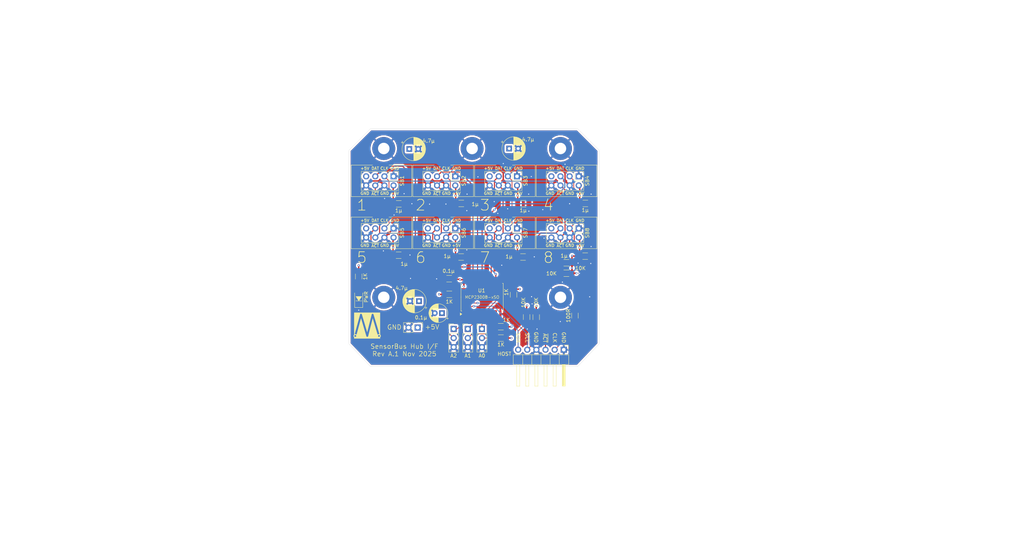
<source format=kicad_pcb>
(kicad_pcb (version 20241229) (generator "pcbnew") (generator_version "9.0")
  (layers (0 "F.Cu" signal) (4 "In1.Cu" signal) (6 "In2.Cu" signal) (2 "B.Cu" signal) (13 "F.Paste" user) (15 "B.Paste" user) (5 "F.SilkS" user "F.Silkscreen") (7 "B.SilkS" user "B.Silkscreen") (1 "F.Mask" user) (3 "B.Mask" user) (25 "Edge.Cuts" user))
  (net 0 "")
  (net 1 "GND")
  (net 2 "+5V")
  (net 3 "/SB_CLKH")
  (net 4 "DAT1")
  (net 5 "/~{SB_ACT}")
  (net 6 "DAT2")
  (net 7 "DAT3")
  (net 8 "DAT4")
  (net 9 "DAT5")
  (net 10 "DAT6")
  (net 11 "DAT7")
  (net 12 "DAT8")
  (net 13 "/SCL")
  (net 14 "/SDA")
  (net 15 "/SB_CLK")
  (net 16 "Net-(JP1-A)")
  (net 17 "Net-(JP1-C)")
  (net 18 "Net-(JP2-C)")
  (net 19 "Net-(JP2-A)")
  (net 20 "Net-(JP3-A)")
  (net 21 "Net-(JP3-C)")
  (net 22 "Net-(U1-~{RESET})")
  (net 25 "Net-(D1-A)")
  (footprint "Connector_PinHeader_2.54mm:PinHeader_1x06_P2.54mm_Horizontal" (layer "F.Cu") (at 161.798 114.6048 -90)
    (property "Reference" "J2" (hide yes))
    (property "Value" "HOST")
  )
  (footprint "MS_Favourites:Cap_THT_1µF_polarised" (layer "F.Cu") (at 121.4882 101.0666 180)
    (property "Reference" "C1" (hide yes))
    (property "Value" "4.7µ")
  )
  (footprint "MS_Connectors:SensorBus_2x04_P2.54mm_Vertical" (layer "F.Cu") (at 116.1796 70.5866 -90)
    (property "Reference" "SB1")
    (property "Value" "Dev1")
  )
  (footprint "MS_Favourites:LED_1206_SMD" (layer "F.Cu") (at 104.6988 100.3691 90)
    (property "Reference" "D1" (hide yes))
    (property "Value" "PWR")
  )
  (footprint "MS_Connectors:SensorBus_2x04_P2.54mm_Vertical" (layer "F.Cu") (at 150.554267 85.0984 -90)
    (property "Reference" "SB7")
    (property "Value" "Dev1")
  )
  (footprint "MS_Favourites:Resistor_SMD_1206_HandSolder" (layer "F.Cu") (at 147.828 99.2886 90)
    (property "Reference" "R15" (hide yes))
    (property "Value" "1K")
  )
  (footprint "Connector_PinHeader_2.54mm:PinHeader_1x03_P2.54mm_Vertical" (layer "F.Cu") (at 131.1402 108.8136)
    (property "Reference" "JP1" (hide yes))
    (property "Value" "A2")
  )
  (footprint "MS_Favourites:Cap_THT_1µF_polarised" (layer "F.Cu") (at 146.598 58.547)
    (property "Reference" "C14" (hide yes))
    (property "Value" "4.7µ")
  )
  (footprint "MS_Connectors:SensorBus_2x04_P2.54mm_Vertical" (layer "F.Cu") (at 133.366933 85.0984 -90)
    (property "Reference" "SB6")
    (property "Value" "Dev1")
  )
  (footprint "MS_Favourites:Resistor_SMD_1206_HandSolder" (layer "F.Cu") (at 129.9216 99.187 180)
    (property "Reference" "R16" (hide yes))
    (property "Value" "1K")
  )
  (footprint "MS_Favourites:MountingHole_M3_Pad" (layer "F.Cu") (at 111.676 58.532)
    (property "Reference" "H1" (hide yes))
    (property "Value" "MountingHole_Pad" (hide yes))
  )
  (footprint "Capacitor_SMD:C_1206_3216Metric_Pad1.33x1.80mm_HandSolder" (layer "F.Cu") (at 150.4565 88.773)
    (property "Reference" "C7" (hide yes))
    (property "Value" "1µ")
  )
  (footprint "MS_Connectors:SensorBus_2x04_P2.54mm_Vertical" (layer "F.Cu") (at 167.7416 85.0984 -90)
    (property "Reference" "SB8")
    (property "Value" "Dev1")
  )
  (footprint "MS_Favourites:Resistor_SMD_1206_HandSolder" (layer "F.Cu") (at 162.5346 93.2942)
    (property "Reference" "R7" (hide yes))
    (property "Value" "10K")
  )
  (footprint "MS_Favourites:MountingHole_M3_Pad" (layer "F.Cu") (at 111.676 100)
    (property "Reference" "H2" (hide yes))
    (property "Value" "MountingHole_Pad" (hide yes))
  )
  (footprint "Capacitor_SMD:C_1206_3216Metric_Pad1.33x1.80mm_HandSolder" (layer "F.Cu") (at 133.2615 73.8505)
    (property "Reference" "C8" (hide yes))
    (property "Value" "1µ")
  )
  (footprint "Connector_PinHeader_2.54mm:PinHeader_1x03_P2.54mm_Vertical" (layer "F.Cu") (at 139.0142 108.8136)
    (property "Reference" "JP3" (hide yes))
    (property "Value" "A0")
  )
  (footprint "Capacitor_SMD:C_1206_3216Metric_Pad1.33x1.80mm_HandSolder" (layer "F.Cu") (at 133.223 88.773)
    (property "Reference" "C6" (hide yes))
    (property "Value" "1µ")
  )
  (footprint "MS_Connectors:SensorBus_2x04_P2.54mm_Vertical" (layer "F.Cu") (at 133.366933 70.5866 -90)
    (property "Reference" "SB2")
    (property "Value" "Dev1")
  )
  (footprint "MS_Connectors:SensorBus_2x04_P2.54mm_Vertical" (layer "F.Cu") (at 167.7416 70.5866 -90)
    (property "Reference" "SB4")
    (property "Value" "Dev1")
  )
  (footprint "MS_Favourites:Resistor_SMD_1206_HandSolder" (layer "F.Cu") (at 154.1272 105.5376 90)
    (property "Reference" "R2" (hide yes))
    (property "Value" "10K")
  )
  (footprint "MS_Favourites:Resistor_SMD_1206_HandSolder" (layer "F.Cu") (at 104.6988 94.2086 90)
    (property "Reference" "R19" (hide yes))
    (property "Value" "1K")
  )
  (footprint "MS_Favourites:Resistor_SMD_1206_HandSolder" (layer "F.Cu") (at 144.298 111.3536)
    (property "Reference" "R18" (hide yes))
    (property "Value" "1K")
  )
  (footprint "MS_Connectors:SensorBus_2x04_P2.54mm_Vertical" (layer "F.Cu") (at 116.1796 85.0984 -90)
    (property "Reference" "SB5")
    (property "Value" "Dev1")
  )
  (footprint "Capacitor_SMD:C_1206_3216Metric_Pad1.33x1.80mm_HandSolder" (layer "F.Cu") (at 167.8055 73.8505)
    (property "Reference" "C4" (hide yes))
    (property "Value" "1µ")
  )
  (footprint "MS_General:MS-logo" (layer "F.Cu") (at 107.0356 107.8738)
    (property "Reference" "G***" (hide yes))
    (property "Value" "LOGO" (hide yes))
  )
  (footprint "MS_Favourites:Cap_THT_0.1µF_polarised" (layer "F.Cu") (at 127.878913 104.4194 180)
    (property "Reference" "C2" (hide yes))
    (property "Value" "0.1µ")
  )
  (footprint "MS_Favourites:Cap_THT_1µF_polarised" (layer "F.Cu") (at 118.785 58.674)
    (property "Reference" "C11" (hide yes))
    (property "Value" "4.7µ")
  )
  (footprint "Capacitor_SMD:C_1206_3216Metric_Pad1.33x1.80mm_HandSolder" (layer "F.Cu") (at 167.767 88.519)
    (property "Reference" "C10" (hide yes))
    (property "Value" "1µ")
  )
  (footprint "Package_SO:SOIC-18W_7.5x11.6mm_P1.27mm" (layer "F.Cu") (at 139.065 99.9744 90)
    (property "Reference" "U1")
    (property "Value" "MCP23008-xSO")
  )
  (footprint "Capacitor_SMD:C_1206_3216Metric_Pad1.33x1.80mm_HandSolder" (layer "F.Cu") (at 115.8625 73.966)
    (property "Reference" "C9" (hide yes))
    (property "Value" "1µ")
  )
  (footprint "MS_Favourites:MountingHole_M3_Pad" (layer "F.Cu") (at 160.876 100)
    (property "Reference" "H6" (hide yes))
    (property "Value" "MountingHole_Pad" (hide yes))
  )
  (footprint "MS_Connectors:SensorBus_2x04_P2.54mm_Vertical" (layer "F.Cu") (at 150.554267 70.5866 -90)
    (property "Reference" "SB3")
    (property "Value" "Dev1")
  )
  (footprint "Connector_PinHeader_2.54mm:PinHeader_1x02_P2.54mm_Vertical" (layer "F.Cu") (at 121.1072 108.4326 -90)
    (property "Reference" "J1" (hide yes))
    (property "Value" "POWER")
  )
  (footprint "MS_Favourites:Resistor_SMD_1206_HandSolder" (layer "F.Cu") (at 144.272 108.204)
    (property "Reference" "R17" (hide yes))
    (property "Value" "1K")
  )
  (footprint "MS_Favourites:MountingHole_M3_Pad" (layer "F.Cu") (at 136.276 58.532)
    (property "Reference" "H3" (hide yes))
    (property "Value" "MountingHole_Pad" (hide yes))
  )
  (footprint "Capacitor_SMD:C_1206_3216Metric_Pad1.33x1.80mm_HandSolder" (layer "F.Cu") (at 115.824 88.265)
    (property "Reference" "C5" (hide yes))
    (property "Value" "1µ")
  )
  (footprint "Capacitor_SMD:C_1206_3216Metric_Pad1.33x1.80mm_HandSolder" (layer "F.Cu") (at 150.5335 73.914)
    (property "Reference" "C3" (hide yes))
    (property "Value" "1µ")
  )
  (footprint "MS_Favourites:Resistor_SMD_1206_HandSolder" (layer "F.Cu") (at 162.5346 90.3986)
    (property "Reference" "R3" (hide yes))
    (property "Value" "10K")
  )
  (footprint "MS_Favourites:Resistor_SMD_1206_HandSolder" (layer "F.Cu") (at 151.4602 105.5116 90)
    (property "Reference" "R20" (hide yes))
    (property "Value" "10K")
  )
  (footprint "MS_Favourites:Resistor_SMD_1206_HandSolder" (layer "F.Cu") (at 164.8968 105.1052 -90)
    (property "Reference" "R1" (hide yes))
    (property "Value" "100R")
  )
  (footprint "MS_Favourites:MountingHole_M3_Pad" (layer "F.Cu") (at 160.876 58.532)
    (property "Reference" "H5" (hide yes))
    (property "Value" "MountingHole_Pad" (hide yes))
  )
  (footprint "Connector_PinHeader_2.54mm:PinHeader_1x03_P2.54mm_Vertical" (layer "F.Cu") (at 135.0772 108.8136)
    (property "Reference" "JP2" (hide yes))
    (property "Value" "A1")
  )
  (footprint "Capacitor_SMD:C_1206_3216Metric_Pad1.33x1.80mm_HandSolder" (layer "F.Cu") (at 129.8825 94.8182 180)
    (property "Reference" "C13" (hide yes))
    (property "Value" "0.1µ")
  )
  (gr_line (start 101.981 59.011) (end 107.981 53.011) (stroke (width 0.05)) (layer "Edge.Cuts"))
  (gr_line (start 171.664 113) (end 165.664 119.3038) (stroke (width 0.05)) (layer "Edge.Cuts"))
  (gr_line (start 101.981 113) (end 107.981 119.3038) (stroke (width 0.05)) (layer "Edge.Cuts"))
  (gr_line (start 165.664 53.011) (end 171.664 59.011) (stroke (width 0.05)) (layer "Edge.Cuts"))
  (gr_line (start 171.664 59.011) (end 171.664 113) (stroke (width 0.05)) (layer "Edge.Cuts"))
  (gr_line (start 107.981 119.3038) (end 165.664 119.3038) (stroke (width 0.05)) (layer "Edge.Cuts"))
  (gr_line (start 107.981 53.011) (end 165.664 53.011) (stroke (width 0.05)) (layer "Edge.Cuts"))
  (gr_line (start 101.981 59.011) (end 101.981 113) (stroke (width 0.05)) (layer "Edge.Cuts"))
  (gr_text "+5V" (at 123.063 109.0422 0) (layer "F.SilkS") (effects (font (size 1.3 1.3)) (justify left bottom)))
  (gr_text "8" (at 155.956 90.678 0) (layer "F.SilkS") (effects (font (size 3 3) (thickness 0.2)) (justify left bottom)))
  (gr_text "2" (at 120.396 76.073 0) (layer "F.SilkS") (effects (font (size 3 3) (thickness 0.2)) (justify left bottom)))
  (gr_text "CLK" (at 158.717199 109.761695 270) (layer "F.SilkS") (effects (font (size 1 1)) (justify left bottom)))
  (gr_text "4" (at 155.956 76.073 0) (layer "F.SilkS") (effects (font (size 3 3) (thickness 0.2)) (justify left bottom)))
  (gr_text "6" (at 120.396 90.678 0) (layer "F.SilkS") (effects (font (size 3 3) (thickness 0.2)) (justify left bottom)))
  (gr_text "GND" (at 161.208866 112.821219 270) (layer "F.SilkS") (effects (font (size 1 1)) (justify right bottom)))
  (gr_text "SCL" (at 151.000533 109.809314 270) (layer "F.SilkS") (effects (font (size 1 1)) (justify left bottom)))
  (gr_text "3" (at 138.303 76.073 0) (layer "F.SilkS") (effects (font (size 3 3) (thickness 0.2)) (justify left bottom)))
  (gr_text "5" (at 104.013 90.678 0) (layer "F.SilkS") (effects (font (size 3 3) (thickness 0.2)) (justify left bottom)))
  (gr_text "SDA" (at 148.508866 109.761695 270) (layer "F.SilkS") (effects (font (size 1 1)) (justify left bottom)))
  (gr_text "GND" (at 112.5474 109.093 0) (layer "F.SilkS") (effects (font (size 1.3 1.3)) (justify left bottom)))
  (gr_text "1" (at 104.013 76.073 0) (layer "F.SilkS") (effects (font (size 3 3) (thickness 0.2)) (justify left bottom)))
  (gr_text "GND" (at 153.4922 109.5236 270) (layer "F.SilkS") (effects (font (size 1 1)) (justify left bottom)))
  (gr_text "7" (at 138.303 90.678 0) (layer "F.SilkS") (effects (font (size 3 3) (thickness 0.2)) (justify left bottom)))
  (gr_text "SensorBus Hub I/F\nRev A.1 Nov 2025" (at 117.4242 116.5352 0) (layer "F.SilkS") (effects (font (size 1.3 1.3)) (justify bottom)))
  (gr_text "~{ACT}" (at 155.983866 109.952171 270) (layer "F.SilkS") (effects (font (size 1 1)) (justify left bottom)))
  (segment (start 104.6988 101.8566) (end 104.6988 103.5806) (width 0.4) (layer "F.Cu") (net 1))
  (segment (start 127.797933 67.5746) (end 125.219933 67.5746) (width 0.4) (layer "F.Cu") (net 1))
  (segment (start 125.219933 67.5746) (end 123.968933 68.8256) (width 0.4) (layer "F.Cu") (net 1))
  (segment (start 129.048933 68.8256) (end 127.797933 67.5746) (width 0.4) (layer "F.Cu") (net 1))
  (segment (start 110.6106 67.5746) (end 108.0326 67.5746) (width 0.4) (layer "F.Cu") (net 1))
  (segment (start 146.236267 68.8256) (end 144.9578 67.547133) (width 0.4) (layer "F.Cu") (net 1))
  (segment (start 163.4236 85.1408) (end 163.3982 85.1662) (width 0.4) (layer "F.Cu") (net 1))
  (segment (start 111.8616 68.8256) (end 110.6106 67.5746) (width 0.4) (layer "F.Cu") (net 1))
  (segment (start 162.1536 67.5556) (end 162.1536 62.9158) (width 0.4) (layer "F.Cu") (net 1))
  (segment (start 163.4236 68.8256) (end 162.1536 67.5556) (width 0.4) (layer "F.Cu") (net 1))
  (segment (start 163.4236 83.3374) (end 163.4236 85.1408) (width 0.4) (layer "F.Cu") (net 1))
  (segment (start 108.0326 67.5746) (end 106.7816 68.8256) (width 0.4) (layer "F.Cu") (net 1))
  (segment (start 111.8616 83.3374) (end 114.4016 80.7974) (width 0.4) (layer "F.Cu") (net 1))
  (segment (start 144.9578 67.547133) (end 144.9578 62.738) (width 0.4) (layer "F.Cu") (net 1))
  (via (at 134.874 71.247) (size 0.6) (drill 0.3) (layers "F.Cu" "B.Cu") (net 1))
  (via (at 169.418 71.247) (size 0.6) (drill 0.3) (layers "F.Cu" "B.Cu") (net 1))
  (via (at 165.7858 90.4748) (size 0.6) (drill 0.3) (layers "F.Cu" "B.Cu") (net 1))
  (via (at 117.348 71.12) (size 0.6) (drill 0.3) (layers "F.Cu" "B.Cu") (net 1))
  (via (at 152.0698 75.9968) (size 0.6) (drill 0.3) (layers "F.Cu" "B.Cu") (net 1))
  (via (at 151.638 108.8378) (size 0.6) (drill 0.3) (layers "F.Cu" "B.Cu") (net 1))
  (via (at 142.4432 73.3298) (size 0.6) (drill 0.3) (layers "F.Cu" "B.Cu") (net 1))
  (via (at 143.4338 76.6318) (size 0.6) (drill 0.3) (layers "F.Cu" "B.Cu") (net 1))
  (via (at 155.956 75.565) (size 0.6) (drill 0.3) (layers "F.Cu" "B.Cu") (net 1))
  (via (at 128.9812 74.0156) (size 0.6) (drill 0.3) (layers "F.Cu" "B.Cu") (net 1))
  (via (at 169.0116 99.8728) (size 0.6) (drill 0.3) (layers "F.Cu" "B.Cu") (net 1))
  (via (at 111.5822 87.0712) (size 0.6) (drill 0.3) (layers "F.Cu" "B.Cu") (net 1))
  (via (at 137.8966 66.421) (size 0.6) (drill 0.3) (layers "F.Cu" "B.Cu") (net 1))
  (via (at 160.8328 106.7562) (size 0.6) (drill 0.3) (layers "F.Cu" "B.Cu") (net 1))
  (via (at 163.3982 85.1662) (size 0.6) (drill 0.3) (layers "F.Cu" "B.Cu") (net 1))
  (via (at 154.3558 108.8378) (size 0.6) (drill 0.3) (layers "F.Cu" "B.Cu") (net 1))
  (via (at 134.7978 86.7918) (size 0.6) (drill 0.3) (layers "F.Cu" "B.Cu") (net 1))
  (via (at 114.550347 77.06847) (size 0.6) (drill 0.3) (layers "F.Cu" "B.Cu") (net 1))
  (via (at 134.7724 90.7542) (size 0.6) (drill 0.3) (layers "F.Cu" "B.Cu") (net 1))
  (via (at 134.7978 75.8444) (size 0.6) (drill 0.3) (layers "F.Cu" "B.Cu") (net 1))
  (via (at 152.9842 101.8286) (size 0.6) (drill 0.3) (layers "F.Cu" "B.Cu") (net 1))
  (via (at 104.6988 103.5806) (size 0.6) (drill 0.3) (layers "F.Cu" "B.Cu") (net 1))
  (via (at 119.507 73.914) (size 0.6) (drill 0.3) (layers "F.Cu" "B.Cu") (net 1))
  (via (at 156.3116 83.5152) (size 0.6) (drill 0.3) (layers "F.Cu" "B.Cu") (net 1))
  (via (at 162.1536 62.9158) (size 0.6) (drill 0.3) (layers "F.Cu" "B.Cu") (net 1))
  (via (at 169.418 85.852) (size 0.6) (drill 0.3) (layers "F.Cu" "B.Cu") (net 1))
  (via (at 144.526 91.059) (size 0.6) (drill 0.3) (layers "F.Cu" "B.Cu") (net 1))
  (via (at 118.9736 88.2142) (size 0.6) (drill 0.3) (layers "F.Cu" "B.Cu") (net 1))
  (via (at 152.7556 66.3448) (size 0.6) (drill 0.3) (layers "F.Cu" "B.Cu") (net 1))
  (via (at 111.9124 72.4662) (size 0.6) (drill 0.3) (layers "F.Cu" "B.Cu") (net 1))
  (via (at 144.9578 62.738) (size 0.6) (drill 0.3) (layers "F.Cu" "B.Cu") (net 1))
  (via (at 152.019 71.247) (size 0.6) (drill 0.3) (layers "F.Cu" "B.Cu") (net 1))
  (via (at 161.417 95.758) (size 0.6) (drill 0.3) (layers "F.Cu" "B.Cu") (net 1))
  (via (at 124.4346 74.041) (size 0.6) (drill 0.3) (layers "F.Cu" "B.Cu") (net 1))
  (via (at 126.402794 94.855791) (size 0.6) (drill 0.3) (layers "F.Cu" "B.Cu") (net 1))
  (via (at 146.177 75.3364) (size 0.6) (drill 0.3) (layers "F.Cu" "B.Cu") (net 1))
  (via (at 153.5938 88.7222) (size 0.6) (drill 0.3) (layers "F.Cu" "B.Cu") (net 1))
  (via (at 119.126 94.742) (size 0.6) (drill 0.3) (layers "F.Cu" "B.Cu") (net 1))
  (via (at 169.3164 90.5764) (size 0.6) (drill 0.3) (layers "F.Cu" "B.Cu") (net 1))
  (via (at 163.4236 73.914) (size 0.6) (drill 0.3) (layers "F.Cu" "B.Cu") (net 1))
  (via (at 152.8318 99.822) (size 0.6) (drill 0.3) (layers "F.Cu" "B.Cu") (net 1))
  (via (at 166.1668 93.3196) (size 0.6) (drill 0.3) (layers "F.Cu" "B.Cu") (net 1))
  (segment (start 163.4236 83.3374) (end 165.9636 80.7974) (width 0.4) (layer "B.Cu") (net 1))
  (segment (start 163.4236 73.914) (end 163.4236 68.8256) (width 0.4) (layer "B.Cu") (net 1))
  (segment (start 166.243 69.105) (end 165.9636 68.8256) (width 0.4) (layer "F.Cu") (net 2))
  (segment (start 166.2045 88.519) (end 164.1856 88.519) (width 0.4) (layer "F.Cu") (net 2))
  (segment (start 131.699 68.935667) (end 131.588933 68.8256) (width 0.4) (layer "F.Cu") (net 2))
  (segment (start 114.3 71.628) (end 114.3 68.851) (width 0.4) (layer "F.Cu") (net 2))
  (segment (start 147.828 97.7386) (end 149.5558 97.7386) (width 0.4) (layer "F.Cu") (net 2))
  (segment (start 147.1676 108.204) (end 147.193 108.2294) (width 0.4) (layer "F.Cu") (net 2))
  (segment (start 149.5558 97.7386) (end 149.5806 97.7138) (width 0.4) (layer "F.Cu") (net 2))
  (segment (start 148.894 83.455133) (end 148.776267 83.3374) (width 0.4) (layer "F.Cu") (net 2))
  (segment (start 154.1272 102.5906) (end 154.2542 102.4636) (width 0.4) (layer "F.Cu") (net 2))
  (segment (start 133.985 95.3244) (end 133.985 96.9368) (width 0.4) (layer "F.Cu") (net 2))
  (segment (start 164.0846 90.3986) (end 164.0846 88.4676) (width 0.4) (layer "F.Cu") (net 2))
  (segment (start 148.971 69.020333) (end 148.776267 68.8256) (width 0.4) (layer "F.Cu") (net 2))
  (segment (start 131.699 73.8505) (end 131.699 71.6534) (width 0.4) (layer "F.Cu") (net 2))
  (segment (start 148.971 71.628) (end 148.971 69.020333) (width 0.4) (layer "F.Cu") (net 2))
  (segment (start 128.3716 99.187) (end 127.1016 99.187) (width 0.4) (layer "F.Cu") (net 2))
  (segment (start 164.1856 88.519) (end 164.1094 88.4428) (width 0.4) (layer "F.Cu") (net 2))
  (segment (start 148.971 73.914) (end 148.971 71.628) (width 0.4) (layer "F.Cu") (net 2))
  (segment (start 104.6988 92.6586) (end 104.6988 91.1346) (width 0.4) (layer "F.Cu") (net 2))
  (segment (start 127.1016 99.187) (end 127.0762 99.1616) (width 0.4) (layer "F.Cu") (net 2))
  (segment (start 131.6605 83.408967) (end 131.588933 83.3374) (width 0.4) (layer "F.Cu") (net 2))
  (segment (start 114.3 73.966) (end 114.3 71.628) (width 0.4) (layer "F.Cu") (net 2))
  (segment (start 164.0846 88.4676) (end 164.1094 88.4428) (width 0.4) (layer "F.Cu") (net 2))
  (segment (start 166.243 71.6788) (end 166.243 69.105) (width 0.4) (layer "F.Cu") (net 2))
  (segment (start 133.985 95.3244) (end 133.7582 95.0976) (width 0.4) (layer "F.Cu") (net 2))
  (segment (start 164.0846 90.3986) (end 164.0846 93.345) (width 0.4) (layer "F.Cu") (net 2))
  (segment (start 166.2045 83.5783) (end 165.9636 83.3374) (width 0.4) (layer "F.Cu") (net 2))
  (segment (start 132.8928 95.0976) (end 132.7658 94.9706) (width 0.4) (layer "F.Cu") (net 2))
  (segment (start 131.699 71.6534) (end 131.699 68.935667) (width 0.4) (layer "F.Cu") (net 2))
  (segment (start 148.894 88.773) (end 148.894 86.1314) (width 0.4) (layer "F.Cu") (net 2))
  (segment (start 165.3032 93.2942) (end 164.0846 93.2942) (width 0.4) (layer "F.Cu") (net 2))
  (segment (start 114.2615 86.1568) (end 114.2615 83.4775) (width 0.4) (layer "F.Cu") (net 2))
  (segment (start 131.6605 88.773) (end 131.6605 86.995) (width 0.4) (layer "F.Cu") (net 2))
  (segment (start 151.4602 103.9616) (end 151.4602 102.4636) (width 0.4) (layer "F.Cu") (net 2))
  (segment (start 151.4602 102.4636) (end 151.5872 102.3366) (width 0.4) (layer "F.Cu") (net 2))
  (segment (start 133.7582 95.0976) (end 132.9182 95.0976) (width 0.4) (layer "F.Cu") (net 2))
  (segment (start 114.2615 86.1568) (end 114.2615 88.265) (width 0.4) (layer "F.Cu") (net 2))
  (segment (start 131.5974 94.9706) (end 131.445 94.8182) (width 0.4) (layer "F.Cu") (net 2))
  (segment (start 114.3 68.851) (end 114.427 68.724) (width 0.4) (layer "F.Cu") (net 2))
  (segment (start 145.822 108.204) (end 147.1676 108.204) (width 0.4) (layer "F.Cu") (net 2))
  (segment (start 164.0846 90.3986) (end 164.0846 93.2942) (width 0.4) (layer "F.Cu") (net 2))
  (segment (start 145.848 111.3536) (end 147.1676 111.3536) (width 0.4) (layer "F.Cu") (net 2))
  (segment (start 147.1676 111.3536) (end 147.193 111.379) (width 0.4) (layer "F.Cu") (net 2))
  (segment (start 132.7658 94.9706) (end 131.5974 94.9706) (width 0.4) (layer "F.Cu") (net 2))
  (segment (start 166.2045 86.1568) (end 166.2045 83.5783) (width 0.4) (layer "F.Cu") (net 2))
  (segment (start 131.6605 86.995) (end 131.6605 83.408967) (width 0.4) (layer "F.Cu") (net 2))
  (segment (start 166.2045 88.519) (end 166.2045 86.1568) (width 0.4) (layer "F.Cu") (net 2))
  (segment (start 114.2615 83.4775) (end 114.4016 83.3374) (width 0.4) (layer "F.Cu") (net 2))
  (segment (start 132.9182 95.0976) (end 132.8928 95.0976) (width 0.4) (layer "F.Cu") (net 2))
  (segment (start 166.243 73.8505) (end 166.243 71.6788) (width 0.4) (layer "F.Cu") (net 2))
  (segment (start 154.1272 103.9876) (end 154.1272 102.5906) (width 0.4) (layer "F.Cu") (net 2))
  (segment (start 148.894 86.1314) (end 148.894 83.455133) (width 0.4) (layer "F.Cu") (net 2))
  (segment (start 133.985 96.9368) (end 133.9596 96.9622) (width 0.4) (layer "F.Cu") (net 2))
  (via (at 147.193 108.2294) (size 0.6) (drill 0.3) (layers "F.Cu" "B.Cu") (net 2))
  (via (at 114.2615 86.1568) (size 0.6) (drill 0.3) (layers "F.Cu" "B.Cu") (net 2))
  (via (at 114.3 71.628) (size 0.6) (drill 0.3) (layers "F.Cu" "B.Cu") (net 2))
  (via (at 149.5806 97.7138) (size 0.6) (drill 0.3) (layers "F.Cu" "B.Cu") (net 2))
  (via (at 151.5872 102.3366) (size 0.6) (drill 0.3) (layers "F.Cu" "B.Cu") (net 2))
  (via (at 154.2542 102.4636) (size 0.6) (drill 0.3) (layers "F.Cu" "B.Cu") (net 2))
  (via (at 148.971 71.628) (size 0.6) (drill 0.3) (layers "F.Cu" "B.Cu") (net 2))
  (via (at 131.6605 86.995) (size 0.6) (drill 0.3) (layers "F.Cu" "B.Cu") (net 2))
  (via (at 148.894 86.1314) (size 0.6) (drill 0.3) (layers "F.Cu" "B.Cu") (net 2))
  (via (at 164.0846 91.8464) (size 0.6) (drill 0.3) (layers "F.Cu" "B.Cu") (net 2))
  (via (at 147.193 111.379) (size 0.6) (drill 0.3) (layers "F.Cu" "B.Cu") (net 2))
  (via (at 131.699 71.6534) (size 0.6) (drill 0.3) (layers "F.Cu" "B.Cu") (net 2))
  (via (at 164.1094 88.4428) (size 0.6) (drill 0.3) (layers "F.Cu" "B.Cu") (net 2))
  (via (at 166.243 71.6788) (size 0.6) (drill 0.3) (layers "F.Cu" "B.Cu") (net 2))
  (via (at 133.9596 96.9622) (size 0.6) (drill 0.3) (layers "F.Cu" "B.Cu") (net 2))
  (via (at 166.2045 86.1568) (size 0.6) (drill 0.3) (layers "F.Cu" "B.Cu") (net 2))
  (via (at 104.6988 91.1346) (size 0.6) (drill 0.3) (layers "F.Cu" "B.Cu") (net 2))
  (via (at 132.9182 95.0976) (size 0.6) (drill 0.3) (layers "F.Cu" "B.Cu") (net 2))
  (via (at 165.3032 93.2942) (size 0.6) (drill 0.3) (layers "F.Cu" "B.Cu") (net 2))
  (via (at 127.0762 99.1616) (size 0.6) (drill 0.3) (layers "F.Cu" "B.Cu") (net 2))
  (segment (start 164.8968 108.966) (end 164.8968 106.6552) (width 0.2) (layer "F.Cu") (net 3))
  (segment (start 159.258 114.6048) (end 164.8968 108.966) (width 0.2) (layer "F.Cu") (net 3))
  (segment (start 159.258 114.6048) (end 159.258 114.5528) (width 0.2) (layer "F.Cu") (net 3))
  (segment (start 135.255 94.299401) (end 132.998199 92.0426) (width 0.3) (layer "F.Cu") (net 4))
  (segment (start 120.4722 67.0052) (end 116.9416 63.4746) (width 0.3) (layer "F.Cu") (net 4))
  (segment (start 112.1326 63.4746) (end 109.3216 66.2856) (width 0.3) (layer "F.Cu") (net 4))
  (segment (start 132.998199 92.0426) (end 128.9488 92.0426) (width 0.3) (layer "F.Cu") (net 4))
  (segment (start 135.255 95.3244) (end 135.255 94.299401) (width 0.3) (layer "F.Cu") (net 4))
  (segment (start 120.4722 83.566) (end 120.4722 67.0052) (width 0.3) (layer "F.Cu") (net 4))
  (segment (start 128.9488 92.0426) (end 120.4722 83.566) (width 0.3) (layer "F.Cu") (net 4))
  (segment (start 116.9416 63.4746) (end 112.1326 63.4746) (width 0.3) (layer "F.Cu") (net 4))
  (segment (start 109.3216 76.0984) (end 110.5226 77.2994) (width 0.3) (layer "F.Cu") (net 5))
  (segment (start 160.857 92.9628) (end 159.5882 91.694) (width 0.3) (layer "F.Cu") (net 5))
  (segment (start 162.1536 70.0956) (end 162.1536 82.0674) (width 0.3) (layer "F.Cu") (net 5))
  (segment (start 160.8836 85.9282) (end 160.8836 83.3374) (width 0.3) (layer "F.Cu") (net 5))
  (segment (start 162.1536 82.0674) (end 160.8836 83.3374) (width 0.3) (layer "F.Cu") (net 5))
  (segment (start 156.718 97.7392) (end 160.9846 93.4726) (width 0.3) (layer "F.Cu") (net 5))
  (segment (start 144.897267 82.1364) (end 143.696267 83.3374) (width 0.3) (layer "F.Cu") (net 5))
  (segment (start 160.857 93.1666) (end 160.857 92.9628) (width 0.3) (layer "F.Cu") (net 5))
  (segment (start 127.709933 82.1364) (end 126.508933 83.3374) (width 0.3) (layer "F.Cu") (net 5))
  (segment (start 159.5882 91.694) (end 159.5882 87.2236) (width 0.3) (layer "F.Cu") (net 5))
  (segment (start 126.508933 68.8256) (end 127.709933 70.0266) (width 0.3) (layer "F.Cu") (net 5))
  (segment (start 159.5882 87.2236) (end 160.8836 85.9282) (width 0.3) (layer "F.Cu") (net 5))
  (segment (start 160.8836 68.8256) (end 162.1536 70.0956) (width 0.3) (layer "F.Cu") (net 5))
  (segment (start 109.3216 68.8256) (end 109.3216 76.0984) (width 0.3) (layer "F.Cu") (net 5))
  (segment (start 160.9846 93.2942) (end 160.857 93.4218) (width 0.3) (layer "F.Cu") (net 5))
  (segment (start 160.9846 93.2942) (end 160.857 93.1666) (width 0.3) (layer "F.Cu") (net 5))
  (segment (start 127.709933 70.0266) (end 127.709933 82.1364) (width 0.3) (layer "F.Cu") (net 5))
  (segment (start 144.897267 70.0266) (end 144.897267 82.1364) (width 0.3) (layer "F.Cu") (net 5))
  (segment (start 160.9846 93.4726) (end 160.9846 93.2942) (width 0.3) (layer "F.Cu") (net 5))
  (segment (start 143.696267 68.8256) (end 144.897267 70.0266) (width 0.3) (layer "F.Cu") (net 5))
  (segment (start 110.5226 77.2994) (end 110.5226 82.1364) (width 0.3) (layer "F.Cu") (net 5))
  (segment (start 156.718 114.6048) (end 156.718 97.7392) (width 0.3) (layer "F.Cu") (net 5))
  (segment (start 110.5226 82.1364) (end 109.3216 83.3374) (width 0.3) (layer "F.Cu") (net 5))
  (segment (start 125.307933 82.1364) (end 110.5226 82.1364) (width 0.3) (layer "B.Cu") (net 5))
  (segment (start 127.847933 81.9984) (end 126.508933 83.3374) (width 0.3) (layer "B.Cu") (net 5))
  (segment (start 126.508933 83.3374) (end 125.307933 82.1364) (width 0.3) (layer "B.Cu") (net 5))
  (segment (start 144.897267 82.1364) (end 143.696267 83.3374) (width 0.3) (layer "B.Cu") (net 5))
  (segment (start 160.8836 68.8256) (end 159.6826 67.6246) (width 0.3) (layer "B.Cu") (net 5))
  (segment (start 142.495267 67.6246) (end 127.709933 67.6246) (width 0.3) (layer "B.Cu") (net 5))
  (segment (start 110.5226 67.6246) (end 109.3216 68.8256) (width 0.3) (layer "B.Cu") (net 5))
  (segment (start 143.696267 83.3374) (end 142.357267 81.9984) (width 0.3) (layer "B.Cu") (net 5))
  (segment (start 143.696267 68.8256) (end 142.495267 67.6246) (width 0.3) (layer "B.Cu") (net 5))
  (segment (start 110.5226 82.1364) (end 109.3216 83.3374) (width 0.3) (layer "B.Cu") (net 5))
  (segment (start 159.6826 67.6246) (end 144.897267 67.6246) (width 0.3) (layer "B.Cu") (net 5))
  (segment (start 126.508933 68.8256) (end 125.307933 67.6246) (width 0.3) (layer "B.Cu") (net 5))
  (segment (start 127.709933 67.6246) (end 126.508933 68.8256) (width 0.3) (layer "B.Cu") (net 5))
  (segment (start 125.307933 67.6246) (end 110.5226 67.6246) (width 0.3) (layer "B.Cu") (net 5))
  (segment (start 159.6826 82.1364) (end 144.897267 82.1364) (width 0.3) (layer "B.Cu") (net 5))
  (segment (start 142.357267 81.9984) (end 127.847933 81.9984) (width 0.3) (layer "B.Cu") (net 5))
  (segment (start 160.8836 83.3374) (end 159.6826 82.1364) (width 0.3) (layer "B.Cu") (net 5))
  (segment (start 144.897267 67.6246) (end 143.696267 68.8256) (width 0.3) (layer "B.Cu") (net 5))
  (segment (start 132.789933 65.0846) (end 127.709933 65.0846) (width 0.3) (layer "F.Cu") (net 6))
  (segment (start 136.525 95.3244) (end 136.525 68.819667) (width 0.3) (layer "F.Cu") (net 6))
  (segment (start 136.525 68.819667) (end 132.789933 65.0846) (width 0.3) (layer "F.Cu") (net 6))
  (segment (start 127.709933 65.0846) (end 126.508933 66.2856) (width 0.3) (layer "F.Cu") (net 6))
  (segment (start 142.495267 67.4866) (end 143.696267 66.2856) (width 0.3) (layer "F.Cu") (net 7))
  (segment (start 142.495267 71.575933) (end 142.495267 67.4866) (width 0.3) (layer "F.Cu") (net 7))
  (segment (start 137.795 76.2762) (end 142.495267 71.575933) (width 0.3) (layer "F.Cu") (net 7))
  (segment (start 137.795 95.3244) (end 137.795 76.2762) (width 0.3) (layer "F.Cu") (net 7))
  (segment (start 139.065 95.3244) (end 139.065 78.994) (width 0.3) (layer "F.Cu") (net 8))
  (segment (start 139.065 78.994) (end 142.4178 75.6412) (width 0.3) (layer "F.Cu") (net 8))
  (via (at 142.4178 75.6412) (size 0.6) (drill 0.3) (layers "F.Cu" "B.Cu") (net 8))
  (segment (start 144.145 73.914) (end 157.493671 73.914) (width 0.3) (layer "B.Cu") (net 8))
  (segment (start 162.0846 67.4866) (end 160.8836 66.2856) (width 0.3) (layer "B.Cu") (net 8))
  (segment (start 157.493671 73.914) (end 162.0846 69.323071) (width 0.3) (layer "B.Cu") (net 8))
  (segment (start 162.0846 69.323071) (end 162.0846 67.4866) (width 0.3) (layer "B.Cu") (net 8))
  (segment (start 142.4178 75.6412) (end 144.145 73.914) (width 0.3) (layer "B.Cu") (net 8))
  (segment (start 108.1206 86.6068) (end 108.1206 81.9984) (width 0.3) (layer "F.Cu") (net 9))
  (segment (start 140.335 95.3244) (end 140.335 96.6216) (width 0.3) (layer "F.Cu") (net 9))
  (segment (start 139.3444 97.6122) (end 119.126 97.6122) (width 0.3) (layer "F.Cu") (net 9))
  (segment (start 140.335 96.6216) (end 139.3444 97.6122) (width 0.3) (layer "F.Cu") (net 9))
  (segment (start 119.126 97.6122) (end 108.1206 86.6068) (width 0.3) (layer "F.Cu") (net 9))
  (segment (start 108.1206 81.9984) (end 109.3216 80.7974) (width 0.3) (layer "F.Cu") (net 9))
  (segment (start 141.605 95.3244) (end 141.605 84.725138) (width 0.3) (layer "F.Cu") (net 10))
  (segment (start 142.495267 83.834871) (end 142.495267 81.9984) (width 0.3) (layer "F.Cu") (net 10))
  (segment (start 142.495267 81.9984) (end 143.696267 80.7974) (width 0.3) (layer "F.Cu") (net 10))
  (segment (start 141.605 84.725138) (end 142.495267 83.834871) (width 0.3) (layer "F.Cu") (net 10))
  (segment (start 125.307933 86.090333) (end 125.307933 81.9984) (width 0.3) (layer "F.Cu") (net 11))
  (segment (start 130.7592 91.5416) (end 125.307933 86.090333) (width 0.3) (layer "F.Cu") (net 11))
  (segment (start 125.307933 81.9984) (end 126.508933 80.7974) (width 0.3) (layer "F.Cu") (net 11))
  (segment (start 142.875 93.5482) (end 142.875 95.3244) (width 0.3) (layer "F.Cu") (net 11))
  (segment (start 133.985 91.5416) (end 130.7592 91.5416) (width 0.3) (layer "F.Cu") (net 11))
  (via (at 142.875 93.5482) (size 0.6) (drill 0.3) (layers "F.Cu" "B.Cu") (net 11))
  (via (at 133.985 91.5416) (size 0.6) (drill 0.3) (layers "F.Cu" "B.Cu") (net 11))
  (segment (start 142.875 93.5482) (end 140.8684 91.5416) (width 0.3) (layer "B.Cu") (net 11))
  (segment (start 140.8684 91.5416) (end 133.985 91.5416) (width 0.3) (layer "B.Cu") (net 11))
  (segment (start 150.3934 94.5146) (end 150.3934 87.122) (width 0.3) (layer "F.Cu") (net 12))
  (segment (start 144.145 95.3244) (end 149.5836 95.3244) (width 0.3) (layer "F.Cu") (net 12))
  (segment (start 155.4226 82.0928) (end 159.5882 82.0928) (width 0.3) (layer "F.Cu") (net 12))
  (segment (start 159.5882 82.0928) (end 160.8836 80.7974) (width 0.3) (layer "F.Cu") (net 12))
  (segment (start 149.5836 95.3244) (end 150.3934 94.5146) (width 0.3) (layer "F.Cu") (net 12))
  (segment (start 150.3934 87.122) (end 155.4226 82.0928) (width 0.3) (layer "F.Cu") (net 12))
  (segment (start 133.985 104.6244) (end 133.985 103.1494) (width 0.2) (layer "F.Cu") (net 13))
  (segment (start 151.638 114.6048) (end 152.488 113.7548) (width 0.2) (layer "F.Cu") (net 13))
  (segment (start 152.488 113.7548) (end 152.488 108.7268) (width 0.2) (layer "F.Cu") (net 13))
  (segment (start 152.488 108.7268) (end 154.1272 107.0876) (width 0.2) (layer "F.Cu") (net 13))
  (segment (start 133.985 103.1494) (end 135.5344 101.6) (width 0.2) (layer "F.Cu") (net 13))
  (segment (start 135.5344 101.6) (end 137.7188 101.6) (width 0.2) (layer "F.Cu") (net 13))
  (via (at 137.7188 101.6) (size 0.6) (drill 0.3) (layers "F.Cu" "B.Cu") (net 13))
  (segment (start 142.9766 101.6) (end 151.638 110.2614) (width 0.2) (layer "B.Cu") (net 13))
  (segment (start 151.638 110.2614) (end 151.638 114.6048) (width 0.2) (layer "B.Cu") (net 13))
  (segment (start 137.7188 101.6) (end 142.9766 101.6) (width 0.2) (layer "B.Cu") (net 13))
  (segment (start 135.255 104.6244) (end 135.255 103.4542) (width 0.2) (layer "F.Cu") (net 14))
  (segment (start 149.098 114.6048) (end 149.098 109.4238) (width 0.2) (layer "F.Cu") (net 14))
  (segment (start 136.2202 102.489) (end 136.7536 102.489) (width 0.2) (layer "F.Cu") (net 14))
  (segment (start 135.255 103.4542) (end 136.2202 102.489) (width 0.2) (layer "F.Cu") (net 14))
  (segment (start 149.098 109.4238) (end 151.4602 107.0616) (width 0.2) (layer "F.Cu") (net 14))
  (via (at 136.7536 102.489) (size 0.6) (drill 0.3) (layers "F.Cu" "B.Cu") (net 14))
  (segment (start 149.098 109.284457) (end 149.098 114.6048) (width 0.2) (layer "B.Cu") (net 14))
  (segment (start 142.302543 102.489) (end 149.098 109.284457) (width 0.2) (layer "B.Cu") (net 14))
  (segment (start 136.7536 102.489) (end 142.302543 102.489) (width 0.2) (layer "B.Cu") (net 14))
  (segment (start 164.846 103.5044) (end 164.8968 103.5552) (width 0.3) (layer "F.Cu") (net 15))
  (segment (start 164.719 82.0928) (end 163.4236 80.7974) (width 0.3) (layer "F.Cu") (net 15))
  (segment (start 146.236267 66.2856) (end 147.387267 67.4366) (width 0.2) (layer "F.Cu") (net 15))
  (segment (start 147.387267 67.4366) (end 147.387267 79.6464) (width 0.2) (layer "F.Cu") (net 15))
  (segment (start 130.199933 67.4366) (end 130.199933 79.6464) (width 0.2) (layer "F.Cu") (net 15))
  (segment (start 160.9592 90.3732) (end 160.9592 90.196) (width 0.3) (layer "F.Cu") (net 15))
  (segment (start 160.9846 90.3986) (end 160.9592 90.3732) (width 0.3) (layer "F.Cu") (net 15))
  (segment (start 163.4236 66.2856) (end 164.5746 67.4366) (width 0.2) (layer "F.Cu") (net 15))
  (segment (start 160.9592 90.196) (end 164.719 86.4362) (width 0.3) (layer "F.Cu") (net 15))
  (segment (start 164.719 86.4362) (end 164.719 82.0928) (width 0.3) (layer "F.Cu") (net 15))
  (segment (start 164.846 96.647) (end 164.846 103.5044) (width 0.3) (layer "F.Cu") (net 15))
  (segment (start 130.199933 79.6464) (end 129.048933 80.7974) (width 0.2) (layer "F.Cu") (net 15))
  (segment (start 160.9846 90.3986) (end 160.9592 90.424) (width 0.3) (layer "F.Cu") (net 15))
  (segment (start 113.1316 79.5274) (end 111.8616 80.7974) (width 0.2) (layer "F.Cu") (net 15))
  (segment (start 111.8616 66.2856) (end 113.1316 67.5556) (width 0.2) (layer "F.Cu") (net 15))
  (segment (start 160.9592 90.5504) (end 162.56 92.1512) (width 0.3) (layer "F.Cu") (net 15))
  (segment (start 160.9592 90.424) (end 160.9592 90.5504) (width 0.3) (layer "F.Cu") (net 15))
  (segment (start 147.387267 79.6464) (end 146.236267 80.7974) (width 0.2) (layer "F.Cu") (net 15))
  (segment (start 164.5746 67.4366) (end 164.5746 79.6464) (width 0.2) (layer "F.Cu") (net 15))
  (segment (start 162.56 94.361) (end 164.846 96.647) (width 0.3) (layer "F.Cu") (net 15))
  (segment (start 164.5746 79.6464) (end 163.4236 80.7974) (width 0.2) (layer "F.Cu") (net 15))
  (segment (start 162.56 92.1512) (end 162.56 94.361) (width 0.3) (layer "F.Cu") (net 15))
  (segment (start 129.048933 66.2856) (end 130.199933 67.4366) (width 0.2) (layer "F.Cu") (net 15))
  (segment (start 113.1316 67.5556) (end 113.1316 79.5274) (width 0.2) (layer "F.Cu") (net 15))
  (segment (start 148.869467 63.6524) (end 160.7904 63.6524) (width 0.2) (layer "B.Cu") (net 15))
  (segment (start 146.236267 80.7974) (end 148.928667 78.105) (width 0.2) (layer "B.Cu") (net 15))
  (segment (start 129.048933 66.2856) (end 131.682133 63.6524) (width 0.2) (layer "B.Cu") (net 15))
  (segment (start 126.356533 78.105) (end 129.048933 80.7974) (width 0.2) (layer "B.Cu") (net 15))
  (segment (start 131.792133 78.0542) (end 143.493067 78.0542) (width 0.2) (layer "B.Cu") (net 15))
  (segment (start 111.8616 66.2856) (end 114.7742 63.373) (width 0.2) (layer "B.Cu") (net 15))
  (segment (start 114.554 78.105) (end 126.356533 78.105) (width 0.2) (layer "B.Cu") (net 15))
  (segment (start 148.928667 78.105) (end 160.7312 78.105) (width 0.2) (layer "B.Cu") (net 15))
  (segment (start 160.7312 78.105) (end 163.4236 80.7974) (width 0.2) (layer "B.Cu") (net 15))
  (segment (start 146.236267 66.2856) (end 148.869467 63.6524) (width 0.2) (layer "B.Cu") (net 15))
  (segment (start 111.8616 80.7974) (end 114.554 78.105) (width 0.2) (layer "B.Cu") (net 15))
  (segment (start 114.7742 63.373) (end 126.136333 63.373) (width 0.2) (layer "B.Cu") (net 15))
  (segment (start 160.7904 63.6524) (end 163.4236 66.2856) (width 0.2) (layer "B.Cu") (net 15))
  (segment (start 126.136333 63.373) (end 129.048933 66.2856) (width 0.2) (layer "B.Cu") (net 15))
  (segment (start 131.682133 63.6524) (end 143.603067 63.6524) (width 0.2) (layer "B.Cu") (net 15))
  (segment (start 143.493067 78.0542) (end 146.236267 80.7974) (width 0.2) (layer "B.Cu") (net 15))
  (segment (start 143.603067 63.6524) (end 146.236267 66.2856) (width 0.2) (layer "B.Cu") (net 15))
  (segment (start 129.048933 80.7974) (end 131.792133 78.0542) (width 0.2) (layer "B.Cu") (net 15))
  (segment (start 135.8138 106.6292) (end 136.525 105.918) (width 0.2) (layer "F.Cu") (net 16))
  (segment (start 136.525 105.918) (end 136.525 104.6244) (width 0.2) (layer "F.Cu") (net 16))
  (segment (start 134.2898 106.6292) (end 135.8138 106.6292) (width 0.2) (layer "F.Cu") (net 16))
  (segment (start 132.1054 108.8136) (end 134.2898 106.6292) (width 0.2) (layer "F.Cu") (net 16))
  (segment (start 131.1402 108.8136) (end 132.1054 108.8136) (width 0.2) (layer "F.Cu") (net 16))
  (segment (start 129.54 107.0102) (end 131.4716 105.0786) (width 0.2) (layer "F.Cu") (net 17))
  (segment (start 131.4716 105.0786) (end 131.4716 99.187) (width 0.2) (layer "F.Cu") (net 17))
  (segment (start 131.1402 111.3536) (end 129.54 109.7534) (width 0.2) (layer "F.Cu") (net 17))
  (segment (start 129.54 109.7534) (end 129.54 107.0102) (width 0.2) (layer "F.Cu") (net 17))
  (segment (start 136.2532 110.1776) (end 140.7484 110.1776) (width 0.2) (layer "F.Cu") (net 18))
  (segment (start 135.0772 111.3536) (end 136.2532 110.1776) (width 0.2) (layer "F.Cu") (net 18))
  (segment (start 140.7484 110.1776) (end 142.722 108.204) (width 0.2) (layer "F.Cu") (net 18))
  (segment (start 135.0772 108.8136) (end 137.795 106.0958) (width 0.2) (layer "F.Cu") (net 19))
  (segment (start 137.795 106.0958) (end 137.795 104.6244) (width 0.2) (layer "F.Cu") (net 19))
  (segment (start 139.0142 108.8136) (end 139.0142 104.6752) (width 0.2) (layer "F.Cu") (net 20))
  (segment (start 139.0142 104.6752) (end 139.065 104.6244) (width 0.2) (layer "F.Cu") (net 20))
  (segment (start 139.0142 111.3536) (end 142.748 111.3536) (width 0.2) (layer "F.Cu") (net 21))
  (segment (start 143.095801 100.8386) (end 147.828 100.8386) (width 0.2) (layer "F.Cu") (net 22))
  (segment (start 140.335 104.6244) (end 140.335 103.599401) (width 0.2) (layer "F.Cu") (net 22))
  (segment (start 140.335 103.599401) (end 143.095801 100.8386) (width 0.2) (layer "F.Cu") (net 22))
  (segment (start 104.6988 95.7586) (end 104.6988 98.8816) (width 0.2) (layer "F.Cu") (net 25))
  (zone (net 1) (net_name "GND") (layer "F.Cu") (connect_pads (clearance 0.5)) (min_thickness 0.25) (fill yes (thermal_gap 0.5) (thermal_bridge_width 0.5))
    (polygon (pts (xy 4.826 29.718) (xy 279.019 29.718) (xy 279.019 161.544) (xy 275.082 165.481) (xy 16.383 165.481) (xy 16.383 18.161)))
  )
  (zone (net 1) (net_name "GND") (layer "B.Cu") (priority 1) (connect_pads (clearance 0.5)) (min_thickness 0.25) (fill yes (thermal_gap 0.5) (thermal_bridge_width 0.5))
    (polygon (pts (xy 16.637 17.145) (xy 277.3172 17.145) (xy 277.3172 165.735) (xy 17.907 165.735) (xy 16.637 164.465)))
  )
)
</source>
